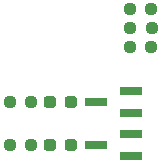
<source format=gbr>
%TF.GenerationSoftware,KiCad,Pcbnew,(6.0.0)*%
%TF.CreationDate,2022-01-23T22:47:39+07:00*%
%TF.ProjectId,NarWhelEncoderV2,4e617257-6865-46c4-956e-636f64657256,rev?*%
%TF.SameCoordinates,Original*%
%TF.FileFunction,Paste,Bot*%
%TF.FilePolarity,Positive*%
%FSLAX46Y46*%
G04 Gerber Fmt 4.6, Leading zero omitted, Abs format (unit mm)*
G04 Created by KiCad (PCBNEW (6.0.0)) date 2022-01-23 22:47:39*
%MOMM*%
%LPD*%
G01*
G04 APERTURE LIST*
G04 Aperture macros list*
%AMRoundRect*
0 Rectangle with rounded corners*
0 $1 Rounding radius*
0 $2 $3 $4 $5 $6 $7 $8 $9 X,Y pos of 4 corners*
0 Add a 4 corners polygon primitive as box body*
4,1,4,$2,$3,$4,$5,$6,$7,$8,$9,$2,$3,0*
0 Add four circle primitives for the rounded corners*
1,1,$1+$1,$2,$3*
1,1,$1+$1,$4,$5*
1,1,$1+$1,$6,$7*
1,1,$1+$1,$8,$9*
0 Add four rect primitives between the rounded corners*
20,1,$1+$1,$2,$3,$4,$5,0*
20,1,$1+$1,$4,$5,$6,$7,0*
20,1,$1+$1,$6,$7,$8,$9,0*
20,1,$1+$1,$8,$9,$2,$3,0*%
G04 Aperture macros list end*
%ADD10RoundRect,0.237500X-0.250000X-0.237500X0.250000X-0.237500X0.250000X0.237500X-0.250000X0.237500X0*%
%ADD11RoundRect,0.237500X0.250000X0.237500X-0.250000X0.237500X-0.250000X-0.237500X0.250000X-0.237500X0*%
%ADD12RoundRect,0.237500X0.287500X0.237500X-0.287500X0.237500X-0.287500X-0.237500X0.287500X-0.237500X0*%
%ADD13R,1.900000X0.800000*%
G04 APERTURE END LIST*
D10*
%TO.C,R5*%
X160087500Y-125800000D03*
X161912500Y-125800000D03*
%TD*%
D11*
%TO.C,R4*%
X172100000Y-117500000D03*
X170275000Y-117500000D03*
%TD*%
D12*
%TO.C,D1*%
X165250000Y-125800000D03*
X163500000Y-125800000D03*
%TD*%
D13*
%TO.C,Q2*%
X170400000Y-121200000D03*
X170400000Y-123100000D03*
X167400000Y-122150000D03*
%TD*%
%TO.C,Q1*%
X170400000Y-124850000D03*
X170400000Y-126750000D03*
X167400000Y-125800000D03*
%TD*%
D11*
%TO.C,R3*%
X172100000Y-114300000D03*
X170275000Y-114300000D03*
%TD*%
%TO.C,R6*%
X172112500Y-115900000D03*
X170287500Y-115900000D03*
%TD*%
D12*
%TO.C,D2*%
X165250000Y-122150000D03*
X163500000Y-122150000D03*
%TD*%
D10*
%TO.C,R8*%
X160087500Y-122150000D03*
X161912500Y-122150000D03*
%TD*%
M02*

</source>
